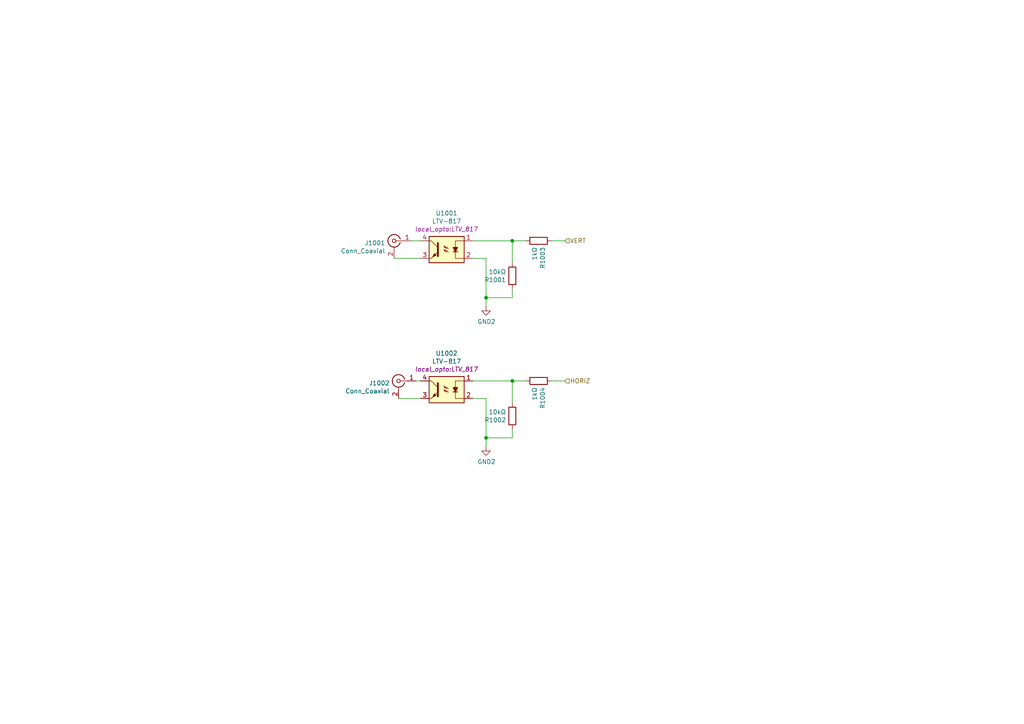
<source format=kicad_sch>
(kicad_sch (version 20211123) (generator eeschema)
  (paper "A4")
  (lib_symbols
    (symbol "CoaxTester:LTV-817" (pin_names (offset 1.016))
      (property "Reference" "U" (at -5.08 5.08 0))
      (property "Value" "LTV-817" (at 0 5.08 0))
      (property "Footprint" "DIP-4" (at -5.08 -5.08 0))
      (symbol "LTV-817_0_1"
        (rectangle (start -5.08 3.81) (end 5.08 -3.81) (stroke (width 0.254)) (fill (type background)))
        (polyline (pts (xy -3.175 -0.635) (xy -1.905 -0.635)) (stroke (width 0.254)))
        (polyline (pts (xy 2.54 0.635) (xy 4.445 2.54)))
        (polyline (pts (xy 4.445 -2.54) (xy 2.54 -0.635)) (fill (type outline)))
        (polyline (pts (xy 4.445 -2.54) (xy 5.08 -2.54)))
        (polyline (pts (xy 4.445 2.54) (xy 5.08 2.54)))
        (polyline (pts (xy -5.08 2.54) (xy -2.54 2.54) (xy -2.54 0.635)))
        (polyline (pts (xy -2.54 -0.635) (xy -2.54 -2.54) (xy -5.08 -2.54)))
        (polyline (pts (xy 2.54 1.905) (xy 2.54 -1.905) (xy 2.54 -1.905)) (stroke (width 0.508)))
        (polyline (pts (xy -2.54 -0.635) (xy -3.175 0.635) (xy -1.905 0.635) (xy -2.54 -0.635)) (stroke (width 0.254)) (fill (type outline)))
        (polyline (pts (xy -0.508 0.254) (xy 0.0254 0.762) (xy 0.0254 0.254) (xy 0.7874 1.016)))
        (polyline (pts (xy 0.7874 1.016) (xy 0.2794 0.762) (xy 0.5334 0.508) (xy 0.7874 1.016)))
        (polyline (pts (xy 3.048 -1.651) (xy 3.556 -1.143) (xy 4.064 -2.159) (xy 3.048 -1.651) (xy 3.048 -1.651)) (fill (type outline)))
        (polyline (pts (xy -0.508 -0.762) (xy 0.0254 -0.254) (xy 0.0254 -0.762) (xy 0.7874 0) (xy 0.2794 -0.254) (xy 0.5334 -0.508) (xy 0.7874 0)))
      )
      (symbol "LTV-817_1_1"
        (pin passive line (at -7.62 2.54 0) (length 2.54) (name "~") (number "1"))
        (pin passive line (at -7.62 -2.54 0) (length 2.54) (name "~") (number "2"))
        (pin passive line (at 7.62 -2.54 180) (length 2.54) (name "~") (number "3"))
        (pin passive line (at 7.62 2.54 180) (length 2.54) (name "~") (number "4"))
      )
    )
    (symbol "Connector:Conn_Coaxial" (pin_names (offset 1.016) hide)
      (property "Reference" "J" (at 0.254 3.048 0))
      (property "Value" "Conn_Coaxial" (at 2.921 0 90))
      (symbol "Conn_Coaxial_0_1"
        (arc (start -1.778 -0.508) (mid 0.222 -1.808) (end 1.778 0) (stroke (width 0.254)))
        (polyline (pts (xy -2.54 0) (xy -0.508 0)))
        (polyline (pts (xy 0 -2.54) (xy 0 -1.778)))
        (circle (center 0 0) (radius 0.508) (stroke (width 0.2032)))
        (arc (start 1.778 0) (mid 0.222 1.8083) (end -1.778 0.508) (stroke (width 0.254)))
      )
      (symbol "Conn_Coaxial_1_1"
        (pin passive line (at -5.08 0 0) (length 2.54) (name "In") (number "1"))
        (pin passive line (at 0 -5.08 90) (length 2.54) (name "Ext") (number "2"))
      )
    )
    (symbol "Device:R" (pin_numbers hide) (pin_names (offset 0))
      (property "Reference" "R" (at 2.032 0 90))
      (property "Value" "R" (at 0 0 90))
      (symbol "R_0_1"
        (rectangle (start -1.016 -2.54) (end 1.016 2.54) (stroke (width 0.254)))
      )
      (symbol "R_1_1"
        (pin passive line (at 0 3.81 270) (length 1.27) (name "~") (number "1"))
        (pin passive line (at 0 -3.81 90) (length 1.27) (name "~") (number "2"))
      )
    )
    (symbol "power:GND2" (power) (pin_names (offset 0))
      (property "Value" "GND2" (at 0 -3.81 0))
      (symbol "GND2_0_1"
        (polyline (pts (xy 0 0) (xy 0 -1.27) (xy 1.27 -1.27) (xy 0 -2.54) (xy -1.27 -1.27) (xy 0 -1.27)))
      )
      (symbol "GND2_1_1"
        (pin power_in line (at 0 0 270) (length 0) hide (name "GND2") (number "1"))
      )
    )
  )
  (junction (at 148.59 110.49))
  (junction (at 140.97 86.36))
  (junction (at 140.97 127))
  (junction (at 148.59 69.85))
  (wire (pts (xy 148.59 110.49) (xy 137.16 110.49)))
  (wire (pts (xy 148.59 69.85) (xy 148.59 76.2)))
  (wire (pts (xy 140.97 127) (xy 140.97 129.54)))
  (wire (pts (xy 152.4 110.49) (xy 148.59 110.49)))
  (wire (pts (xy 137.16 115.57) (xy 140.97 115.57)))
  (wire (pts (xy 152.4 69.85) (xy 148.59 69.85)))
  (wire (pts (xy 121.92 115.57) (xy 115.57 115.57)))
  (wire (pts (xy 140.97 74.93) (xy 140.97 86.36)))
  (wire (pts (xy 137.16 74.93) (xy 140.97 74.93)))
  (wire (pts (xy 148.59 124.46) (xy 148.59 127)))
  (wire (pts (xy 148.59 69.85) (xy 137.16 69.85)))
  (wire (pts (xy 121.92 69.85) (xy 119.38 69.85)))
  (wire (pts (xy 148.59 110.49) (xy 148.59 116.84)))
  (wire (pts (xy 163.83 69.85) (xy 160.02 69.85)))
  (wire (pts (xy 148.59 86.36) (xy 140.97 86.36)))
  (wire (pts (xy 140.97 86.36) (xy 140.97 88.9)))
  (wire (pts (xy 121.92 74.93) (xy 114.3 74.93)))
  (wire (pts (xy 163.83 110.49) (xy 160.02 110.49)))
  (wire (pts (xy 140.97 115.57) (xy 140.97 127)))
  (wire (pts (xy 121.92 110.49) (xy 120.65 110.49)))
  (wire (pts (xy 148.59 83.82) (xy 148.59 86.36)))
  (wire (pts (xy 148.59 127) (xy 140.97 127)))
  (hierarchical_label "VERT" (shape input) (at 163.83 69.85 0))
  (hierarchical_label "HORIZ" (shape input) (at 163.83 110.49 0))
  (symbol (lib_id "Connector:Conn_Coaxial") (at 115.57 110.49 0) (mirror y) (unit 1)
    (property "Reference" "J1002" (at 113.03 111.125 0) (effects (justify left)))
    (property "Value" "Conn_Coaxial" (at 113.03 113.4364 0) (effects (justify left)))
    (property "Footprint" "CoaxTester:FB_EPG" (effects hide))
    (property "Datasheet" " ~" (effects hide))
  )
  (symbol (lib_id "power:GND2") (at 140.97 129.54 0) (unit 1)
    (property "Reference" "#PWR01002" (effects hide))
    (property "Value" "GND2" (at 141.097 133.9342 0))
  )
  (symbol (lib_id "Connector:Conn_Coaxial") (at 114.3 69.85 0) (mirror y) (unit 1)
    (property "Reference" "J1001" (at 111.76 70.485 0) (effects (justify left)))
    (property "Value" "Conn_Coaxial" (at 111.76 72.7964 0) (effects (justify left)))
    (property "Footprint" "CoaxTester:FB_EPG" (effects hide))
    (property "Datasheet" " ~" (effects hide))
  )
  (symbol (lib_id "Device:R") (at 156.21 69.85 270) (unit 1)
    (property "Reference" "R1003" (at 157.3784 71.628 0) (effects (justify left)))
    (property "Value" "1kΩ" (at 155.067 71.628 0) (effects (justify left)))
    (property "Footprint" "Resistor_SMD:R_0805_2012Metric" (effects hide))
  )
  (symbol (lib_id "CoaxTester:LTV-817") (at 129.54 72.39 0) (mirror y) (unit 1)
    (property "Reference" "U1001" (at 129.54 61.849 0))
    (property "Value" "LTV-817" (at 129.54 64.1604 0))
    (property "Footprint" "local_opto:LTV_817" (at 129.54 66.4718 0) (effects (font italic)))
  )
  (symbol (lib_id "Device:R") (at 148.59 80.01 180) (unit 1)
    (property "Reference" "R1001" (at 146.812 81.1784 0) (effects (justify left)))
    (property "Value" "10kΩ" (at 146.812 78.867 0) (effects (justify left)))
    (property "Footprint" "Resistor_SMD:R_0805_2012Metric" (effects hide))
  )
  (symbol (lib_id "CoaxTester:LTV-817") (at 129.54 113.03 0) (mirror y) (unit 1)
    (property "Reference" "U1002" (at 129.54 102.489 0))
    (property "Value" "LTV-817" (at 129.54 104.8004 0))
    (property "Footprint" "local_opto:LTV_817" (at 129.54 107.1118 0) (effects (font italic)))
  )
  (symbol (lib_id "Device:R") (at 148.59 120.65 180) (unit 1)
    (property "Reference" "R1002" (at 146.812 121.8184 0) (effects (justify left)))
    (property "Value" "10kΩ" (at 146.812 119.507 0) (effects (justify left)))
    (property "Footprint" "Resistor_SMD:R_0805_2012Metric" (effects hide))
  )
  (symbol (lib_id "power:GND2") (at 140.97 88.9 0) (unit 1)
    (property "Reference" "#PWR01001" (effects hide))
    (property "Value" "GND2" (at 141.097 93.2942 0))
  )
  (symbol (lib_id "Device:R") (at 156.21 110.49 270) (unit 1)
    (property "Reference" "R1004" (at 157.3784 112.268 0) (effects (justify left)))
    (property "Value" "1kΩ" (at 155.067 112.268 0) (effects (justify left)))
    (property "Footprint" "Resistor_SMD:R_0805_2012Metric" (effects hide))
  )
)
</source>
